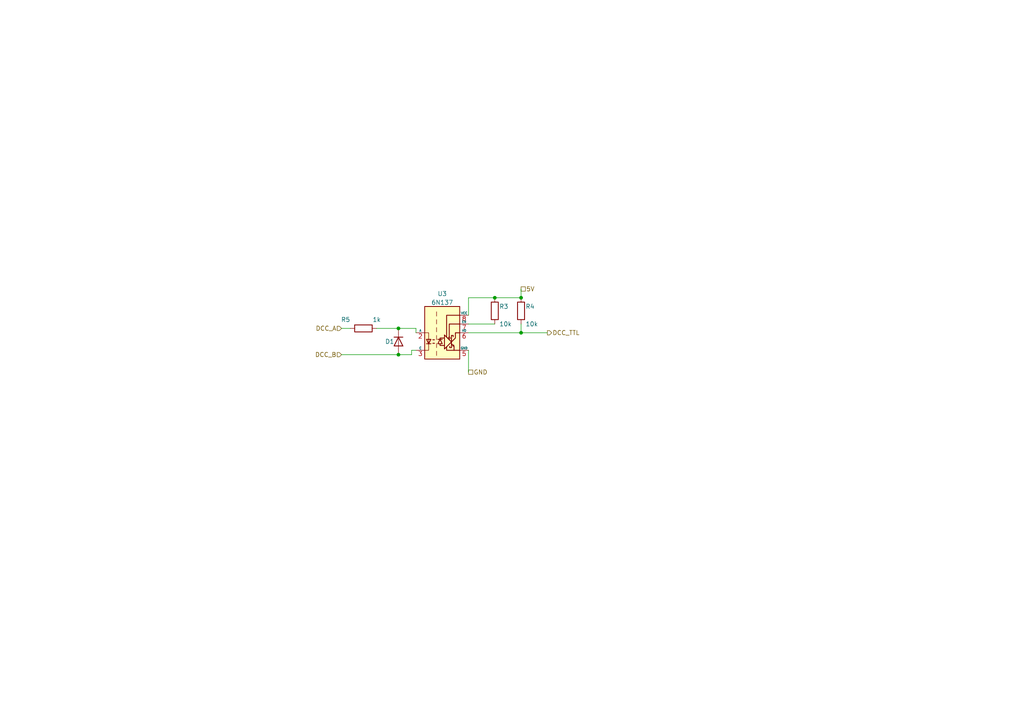
<source format=kicad_sch>
(kicad_sch (version 20230121) (generator eeschema)
  (paper "A4")
  (lib_symbols
    (symbol "Device:D" (pin_numbers hide) (pin_names (offset 1.016) hide)
      (property "Reference" "D" (at 0 2.54 0))
      (property "Value" "D" (at 0 -2.54 0))
      (symbol "D_0_1"
        (polyline (pts (xy -1.27 1.27) (xy -1.27 -1.27)) (stroke (width 0.254)))
        (polyline (pts (xy 1.27 0) (xy -1.27 0)))
        (polyline (pts (xy 1.27 1.27) (xy 1.27 -1.27) (xy -1.27 0) (xy 1.27 1.27)) (stroke (width 0.254)))
      )
      (symbol "D_1_1"
        (pin passive line (at -3.81 0 0) (length 2.54) (name "K") (number "1"))
        (pin passive line (at 3.81 0 180) (length 2.54) (name "A") (number "2"))
      )
    )
    (symbol "Device:R" (pin_numbers hide) (pin_names (offset 0))
      (property "Reference" "R" (at 2.032 0 90))
      (property "Value" "R" (at 0 0 90))
      (symbol "R_0_1"
        (rectangle (start -1.016 -2.54) (end 1.016 2.54) (stroke (width 0.254)))
      )
      (symbol "R_1_1"
        (pin passive line (at 0 3.81 270) (length 1.27) (name "~") (number "1"))
        (pin passive line (at 0 -3.81 90) (length 1.27) (name "~") (number "2"))
      )
    )
    (symbol "Isolator:6N137" (pin_names (offset 0))
      (property "Reference" "U" (at -4.064 8.89 0))
      (property "Value" "6N137" (at 0 -8.89 0))
      (symbol "6N137_0_1"
        (polyline (pts (xy 2.667 -3.556) (xy 2.667 -1.651)) (stroke (width 0.254)))
        (polyline (pts (xy 2.667 -2.159) (xy 2.667 -2.921)) (stroke (width 0.254)))
        (polyline (pts (xy 3.429 -3.937) (xy 3.429 -5.08)) (stroke (width 0.254)))
        (polyline (pts (xy -0.635 -3.302) (xy -0.635 -3.683) (xy 0.635 -3.683)) (stroke (width 0.254)))
        (polyline (pts (xy -0.635 -1.905) (xy -0.635 -1.524) (xy 0.508 -1.524)) (stroke (width 0.254)))
        (polyline (pts (xy 1.27 -4.064) (xy 1.27 -5.08) (xy 5.08 -5.08)) (stroke (width 0.254)))
        (polyline (pts (xy 1.27 -1.27) (xy 1.27 5.08) (xy 5.08 5.08)) (stroke (width 0.254)))
        (polyline (pts (xy 2.032 -1.27) (xy 2.032 2.54) (xy 5.08 2.54)) (stroke (width 0.254)))
        (polyline (pts (xy -5.08 -5.08) (xy -3.937 -5.08) (xy -3.937 0) (xy -5.08 0)))
        (polyline (pts (xy 2.667 -3.302) (xy 2.667 -4.318) (xy 2.159 -4.318) (xy 2.159 -3.937)) (stroke (width 0.254)))
        (polyline (pts (xy 2.667 -2.667) (xy 0.635 -4.699) (xy 0.635 -0.635) (xy 2.667 -2.667)) (stroke (width 0.254)))
        (polyline (pts (xy 2.667 -1.778) (xy 2.667 -0.762) (xy 3.175 -0.762) (xy 3.175 -1.143)) (stroke (width 0.254)))
        (polyline (pts (xy 2.794 -2.54) (xy 3.81 -1.524) (xy 3.81 0) (xy 5.08 0)) (stroke (width 0.254)))
        (polyline (pts (xy 2.667 -3.175) (xy 3.429 -3.937) (xy 3.302 -3.556) (xy 3.048 -3.81) (xy 3.429 -3.937)) (stroke (width 0.254)))
        (circle (center 2.032 -1.524) (radius 0.254) (stroke (width 0.254)))
      )
      (symbol "6N137_1_1"
        (rectangle (start -5.08 7.62) (end 5.08 -7.62) (stroke (width 0.254)) (fill (type background)))
        (polyline (pts (xy -4.572 -3.175) (xy -3.302 -3.175)) (stroke (width 0.254)))
        (polyline (pts (xy -1.651 -5.334) (xy -1.651 -6.604)))
        (polyline (pts (xy -1.651 -3.048) (xy -1.651 -4.318)))
        (polyline (pts (xy -1.651 -0.762) (xy -1.651 -2.032)))
        (polyline (pts (xy -1.651 1.524) (xy -1.651 0.254)))
        (polyline (pts (xy -1.651 3.81) (xy -1.651 2.54)))
        (polyline (pts (xy -1.651 6.096) (xy -1.651 4.826)))
        (polyline (pts (xy -1.27 -1.905) (xy 0 -1.905)) (stroke (width 0.254)))
        (polyline (pts (xy -3.937 -3.175) (xy -4.572 -1.905) (xy -3.302 -1.905) (xy -3.937 -3.175)) (stroke (width 0.254)))
        (polyline (pts (xy -0.635 -1.905) (xy -1.27 -3.175) (xy 0 -3.175) (xy -0.635 -1.905)) (stroke (width 0.254)))
        (polyline (pts (xy -2.921 -3.048) (xy -2.159 -3.048) (xy -2.54 -3.175) (xy -2.54 -2.921) (xy -2.159 -3.048)) (stroke (width 0.127)))
        (polyline (pts (xy -2.921 -2.032) (xy -2.159 -2.032) (xy -2.54 -2.159) (xy -2.54 -1.905) (xy -2.159 -2.032)) (stroke (width 0.127)))
        (pin no_connect line (at -5.08 5.08 0) (length 2.54) hide (name "NC") (number "1"))
        (pin passive line (at -7.62 0 0) (length 2.54) (name "A") (number "2"))
        (pin passive line (at -7.62 -5.08 0) (length 2.54) (name "C") (number "3"))
        (pin power_in line (at 7.62 -5.08 180) (length 2.54) (name "GND") (number "5"))
        (pin open_collector line (at 7.62 0 180) (length 2.54) (name "VO") (number "6"))
        (pin input line (at 7.62 2.54 180) (length 2.54) (name "EN") (number "7"))
        (pin power_in line (at 7.62 5.08 180) (length 2.54) (name "VCC") (number "8"))
      )
    )
  )
  (junction (at 115.57 102.87))
  (junction (at 151.13 96.52))
  (junction (at 115.57 95.25))
  (junction (at 151.13 86.36))
  (junction (at 143.51 86.36))
  (wire (pts (xy 151.13 83.82) (xy 151.13 86.36)))
  (wire (pts (xy 135.89 101.6) (xy 135.89 107.95)))
  (wire (pts (xy 151.13 96.52) (xy 158.75 96.52)))
  (wire (pts (xy 135.89 96.52) (xy 151.13 96.52)))
  (wire (pts (xy 115.57 95.25) (xy 120.65 95.25)))
  (wire (pts (xy 115.57 102.87) (xy 119.38 102.87)))
  (wire (pts (xy 143.51 86.36) (xy 151.13 86.36)))
  (wire (pts (xy 119.38 101.6) (xy 119.38 102.87)))
  (wire (pts (xy 99.06 102.87) (xy 115.57 102.87)))
  (wire (pts (xy 120.65 96.52) (xy 120.65 95.25)))
  (wire (pts (xy 135.89 93.98) (xy 143.51 93.98)))
  (wire (pts (xy 135.89 86.36) (xy 143.51 86.36)))
  (wire (pts (xy 135.89 91.44) (xy 135.89 86.36)))
  (wire (pts (xy 151.13 96.52) (xy 151.13 93.98)))
  (wire (pts (xy 99.06 95.25) (xy 101.6 95.25)))
  (wire (pts (xy 120.65 101.6) (xy 119.38 101.6)))
  (wire (pts (xy 109.22 95.25) (xy 115.57 95.25)))
  (hierarchical_label "GND" (shape passive) (at 135.89 107.95 0))
  (hierarchical_label "5V" (shape passive) (at 151.13 83.82 0))
  (hierarchical_label "DCC_TTL" (shape output) (at 158.75 96.52 0))
  (hierarchical_label "DCC_B" (shape input) (at 99.06 102.87 180))
  (hierarchical_label "DCC_A" (shape input) (at 99.06 95.25 180))
  (symbol (lib_id "Device:R") (at 143.51 90.17 0) (unit 1)
    (property "Reference" "R3" (at 144.78 88.9 0) (effects (justify left)))
    (property "Value" "10k" (at 144.78 93.98 0) (effects (justify left)))
    (property "Footprint" "Resistor_SMD:R_0805_2012Metric_Pad1.20x1.40mm_HandSolder" (effects hide))
    (property "JLCPCB Part#" "C17414" (effects hide))
  )
  (symbol (lib_id "Device:R") (at 105.41 95.25 90) (unit 1)
    (property "Reference" "R5" (at 101.6 92.71 90) (effects (justify left)))
    (property "Value" "1k" (at 110.49 92.71 90) (effects (justify left)))
    (property "Footprint" "Resistor_SMD:R_0805_2012Metric_Pad1.20x1.40mm_HandSolder" (effects hide))
    (property "JLCPCB Part#" "C17513" (effects hide))
  )
  (symbol (lib_id "Device:R") (at 151.13 90.17 0) (unit 1)
    (property "Reference" "R4" (at 152.4 88.9 0) (effects (justify left)))
    (property "Value" "10k" (at 152.4 93.98 0) (effects (justify left)))
    (property "Footprint" "Resistor_SMD:R_0805_2012Metric_Pad1.20x1.40mm_HandSolder" (effects hide))
    (property "JLCPCB Part#" "C17414" (effects hide))
  )
  (symbol (lib_id "Isolator:6N137") (at 128.27 96.52 0) (unit 1)
    (property "Reference" "U3" (at 128.27 85.2002 0))
    (property "Value" "6N137" (at 128.27 87.7371 0))
    (property "Footprint" "Package_SO:SOP-8_6.62x9.15mm_P2.54mm" (effects hide))
    (property "Datasheet" "https://datasheet.lcsc.com/szlcsc/1908282202_Everlight-Elec-6N137S1-TA_C110020.pdf" (effects hide))
    (property "JLCPCB Part#" "C110020" (effects hide))
  )
  (symbol (lib_id "Device:D") (at 115.57 99.06 270) (unit 1)
    (property "Reference" "D1" (at 113.03 99.06 90))
    (property "Value" "D" (effects hide))
    (property "Footprint" "Diode_SMD:D_SOD-323" (effects hide))
    (property "JLCPCB Part#" "C2128" (effects hide))
  )
)
</source>
